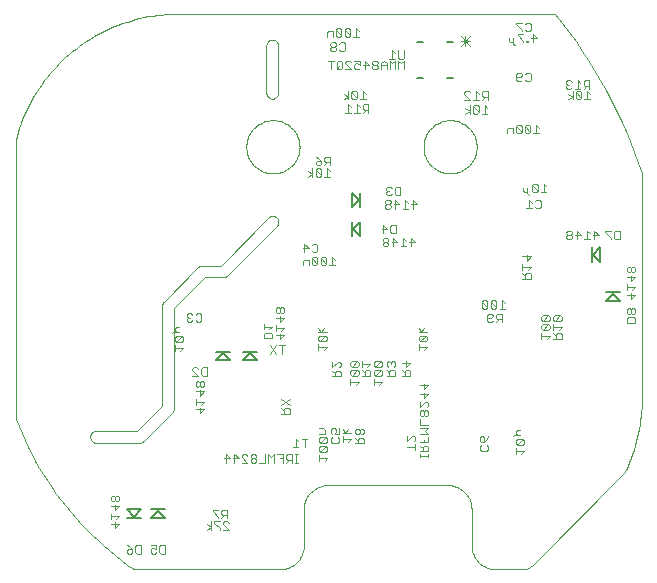
<source format=gbo>
G75*
%MOIN*%
%OFA0B0*%
%FSLAX24Y24*%
%IPPOS*%
%LPD*%
%AMOC8*
5,1,8,0,0,1.08239X$1,22.5*
%
%ADD10C,0.0000*%
%ADD11C,0.0040*%
%ADD12C,0.0079*%
%ADD13C,0.0060*%
%ADD14C,0.0030*%
D10*
X004154Y000307D02*
X009036Y000307D01*
X009090Y000309D01*
X009143Y000314D01*
X009196Y000323D01*
X009248Y000336D01*
X009300Y000352D01*
X009350Y000372D01*
X009398Y000395D01*
X009445Y000422D01*
X009490Y000451D01*
X009533Y000484D01*
X009573Y000519D01*
X009611Y000557D01*
X009646Y000597D01*
X009679Y000640D01*
X009708Y000685D01*
X009735Y000732D01*
X009758Y000780D01*
X009778Y000830D01*
X009794Y000882D01*
X009807Y000934D01*
X009816Y000987D01*
X009821Y001040D01*
X009823Y001094D01*
X009823Y002316D01*
X009825Y002370D01*
X009830Y002423D01*
X009839Y002476D01*
X009852Y002528D01*
X009868Y002580D01*
X009888Y002630D01*
X009911Y002678D01*
X009938Y002725D01*
X009967Y002770D01*
X010000Y002813D01*
X010035Y002853D01*
X010073Y002891D01*
X010113Y002926D01*
X010156Y002959D01*
X010201Y002988D01*
X010248Y003015D01*
X010296Y003038D01*
X010346Y003058D01*
X010398Y003074D01*
X010450Y003087D01*
X010503Y003096D01*
X010556Y003101D01*
X010610Y003103D01*
X010610Y003104D02*
X014626Y003104D01*
X014626Y003103D02*
X014680Y003101D01*
X014733Y003096D01*
X014786Y003087D01*
X014838Y003074D01*
X014890Y003058D01*
X014940Y003038D01*
X014988Y003015D01*
X015035Y002988D01*
X015080Y002959D01*
X015123Y002926D01*
X015163Y002891D01*
X015201Y002853D01*
X015236Y002813D01*
X015269Y002770D01*
X015298Y002725D01*
X015325Y002678D01*
X015348Y002630D01*
X015368Y002580D01*
X015384Y002528D01*
X015397Y002476D01*
X015406Y002423D01*
X015411Y002370D01*
X015413Y002316D01*
X015414Y002316D02*
X015414Y001094D01*
X015416Y001040D01*
X015421Y000987D01*
X015430Y000934D01*
X015443Y000882D01*
X015459Y000830D01*
X015479Y000780D01*
X015502Y000732D01*
X015529Y000685D01*
X015558Y000640D01*
X015591Y000597D01*
X015626Y000557D01*
X015664Y000519D01*
X015704Y000484D01*
X015747Y000451D01*
X015792Y000422D01*
X015839Y000395D01*
X015887Y000372D01*
X015937Y000352D01*
X015989Y000336D01*
X016041Y000323D01*
X016094Y000314D01*
X016147Y000309D01*
X016201Y000307D01*
X017140Y000307D01*
X017419Y000422D02*
X020492Y003496D01*
X021083Y005701D02*
X021083Y013496D01*
X018189Y018811D02*
X005374Y018811D01*
X008573Y017759D02*
X008573Y016184D01*
X008572Y016184D02*
X008574Y016158D01*
X008579Y016133D01*
X008587Y016109D01*
X008598Y016085D01*
X008613Y016064D01*
X008630Y016045D01*
X008649Y016028D01*
X008671Y016013D01*
X008694Y016002D01*
X008718Y015994D01*
X008743Y015989D01*
X008769Y015987D01*
X008795Y015989D01*
X008820Y015994D01*
X008844Y016002D01*
X008868Y016013D01*
X008889Y016028D01*
X008908Y016045D01*
X008925Y016064D01*
X008940Y016086D01*
X008951Y016109D01*
X008959Y016133D01*
X008964Y016158D01*
X008966Y016184D01*
X008966Y017759D01*
X008769Y017956D02*
X008743Y017954D01*
X008718Y017949D01*
X008694Y017941D01*
X008671Y017930D01*
X008649Y017915D01*
X008630Y017898D01*
X008613Y017879D01*
X008598Y017858D01*
X008587Y017834D01*
X008579Y017810D01*
X008574Y017785D01*
X008572Y017759D01*
X008769Y017956D02*
X008795Y017954D01*
X008820Y017949D01*
X008844Y017941D01*
X008868Y017930D01*
X008889Y017915D01*
X008908Y017898D01*
X008925Y017879D01*
X008940Y017857D01*
X008951Y017834D01*
X008959Y017810D01*
X008964Y017785D01*
X008966Y017759D01*
X007908Y014382D02*
X007910Y014441D01*
X007916Y014500D01*
X007926Y014558D01*
X007939Y014616D01*
X007957Y014673D01*
X007978Y014728D01*
X008003Y014782D01*
X008032Y014834D01*
X008064Y014883D01*
X008099Y014931D01*
X008137Y014976D01*
X008178Y015019D01*
X008222Y015059D01*
X008268Y015095D01*
X008317Y015129D01*
X008368Y015159D01*
X008421Y015186D01*
X008476Y015209D01*
X008531Y015228D01*
X008589Y015244D01*
X008647Y015256D01*
X008705Y015264D01*
X008764Y015268D01*
X008824Y015268D01*
X008883Y015264D01*
X008941Y015256D01*
X008999Y015244D01*
X009057Y015228D01*
X009112Y015209D01*
X009167Y015186D01*
X009220Y015159D01*
X009271Y015129D01*
X009320Y015095D01*
X009366Y015059D01*
X009410Y015019D01*
X009451Y014976D01*
X009489Y014931D01*
X009524Y014883D01*
X009556Y014834D01*
X009585Y014782D01*
X009610Y014728D01*
X009631Y014673D01*
X009649Y014616D01*
X009662Y014558D01*
X009672Y014500D01*
X009678Y014441D01*
X009680Y014382D01*
X009678Y014323D01*
X009672Y014264D01*
X009662Y014206D01*
X009649Y014148D01*
X009631Y014091D01*
X009610Y014036D01*
X009585Y013982D01*
X009556Y013930D01*
X009524Y013881D01*
X009489Y013833D01*
X009451Y013788D01*
X009410Y013745D01*
X009366Y013705D01*
X009320Y013669D01*
X009271Y013635D01*
X009220Y013605D01*
X009167Y013578D01*
X009112Y013555D01*
X009057Y013536D01*
X008999Y013520D01*
X008941Y013508D01*
X008883Y013500D01*
X008824Y013496D01*
X008764Y013496D01*
X008705Y013500D01*
X008647Y013508D01*
X008589Y013520D01*
X008531Y013536D01*
X008476Y013555D01*
X008421Y013578D01*
X008368Y013605D01*
X008317Y013635D01*
X008268Y013669D01*
X008222Y013705D01*
X008178Y013745D01*
X008137Y013788D01*
X008099Y013833D01*
X008064Y013881D01*
X008032Y013930D01*
X008003Y013982D01*
X007978Y014036D01*
X007957Y014091D01*
X007939Y014148D01*
X007926Y014206D01*
X007916Y014264D01*
X007910Y014323D01*
X007908Y014382D01*
X005375Y018812D02*
X005226Y018803D01*
X005078Y018791D01*
X004930Y018774D01*
X004783Y018754D01*
X004636Y018730D01*
X004490Y018702D01*
X004345Y018669D01*
X004201Y018634D01*
X004057Y018594D01*
X003915Y018550D01*
X003774Y018503D01*
X003634Y018452D01*
X003496Y018397D01*
X003359Y018338D01*
X003224Y018276D01*
X003091Y018210D01*
X002959Y018141D01*
X002830Y018068D01*
X002702Y017992D01*
X002576Y017913D01*
X002453Y017830D01*
X002332Y017743D01*
X002213Y017654D01*
X002096Y017562D01*
X001982Y017466D01*
X001871Y017367D01*
X001762Y017266D01*
X001657Y017161D01*
X001554Y017054D01*
X001453Y016944D01*
X001356Y016832D01*
X001262Y016717D01*
X001171Y016599D01*
X001083Y016479D01*
X000998Y016357D01*
X000917Y016232D01*
X000839Y016106D01*
X000765Y015977D01*
X000693Y015846D01*
X000626Y015714D01*
X000562Y015580D01*
X000501Y015444D01*
X000445Y015306D01*
X000392Y015167D01*
X000342Y015027D01*
X000297Y014885D01*
X000255Y014743D01*
X000217Y014599D01*
X000217Y014598D02*
X000217Y005307D01*
X002894Y004913D02*
X004272Y004913D01*
X005099Y005740D01*
X005099Y009084D01*
X005156Y009223D02*
X006301Y010368D01*
X006440Y010425D02*
X007046Y010425D01*
X008644Y012023D01*
X008778Y012079D02*
X008803Y012077D01*
X008827Y012073D01*
X008851Y012065D01*
X008873Y012054D01*
X008894Y012040D01*
X008912Y012023D01*
X008913Y012023D02*
X008919Y012016D01*
X008936Y011998D01*
X008950Y011977D01*
X008961Y011955D01*
X008969Y011931D01*
X008973Y011907D01*
X008975Y011882D01*
X008919Y011747D02*
X007261Y010089D01*
X007122Y010031D02*
X006516Y010031D01*
X005492Y009008D01*
X005492Y005664D01*
X005435Y005525D02*
X004487Y004577D01*
X004348Y004520D02*
X002894Y004520D01*
X002868Y004522D01*
X002843Y004527D01*
X002819Y004535D01*
X002795Y004546D01*
X002774Y004561D01*
X002755Y004578D01*
X002738Y004597D01*
X002723Y004619D01*
X002712Y004642D01*
X002704Y004666D01*
X002699Y004691D01*
X002697Y004717D01*
X002699Y004743D01*
X002704Y004768D01*
X002712Y004792D01*
X002723Y004816D01*
X002738Y004837D01*
X002755Y004856D01*
X002774Y004873D01*
X002796Y004888D01*
X002819Y004899D01*
X002843Y004907D01*
X002868Y004912D01*
X002894Y004914D01*
X004348Y004520D02*
X004374Y004522D01*
X004399Y004527D01*
X004423Y004535D01*
X004447Y004546D01*
X004468Y004561D01*
X004487Y004578D01*
X005434Y005525D02*
X005451Y005544D01*
X005466Y005565D01*
X005477Y005589D01*
X005485Y005613D01*
X005490Y005638D01*
X005492Y005664D01*
X021083Y013496D02*
X020963Y013857D01*
X020834Y014215D01*
X020697Y014570D01*
X020552Y014922D01*
X020398Y015270D01*
X020236Y015614D01*
X020066Y015955D01*
X019888Y016291D01*
X019702Y016623D01*
X019509Y016951D01*
X019307Y017273D01*
X019098Y017591D01*
X018882Y017904D01*
X018658Y018212D01*
X018427Y018515D01*
X018189Y018811D01*
X013813Y014382D02*
X013815Y014441D01*
X013821Y014500D01*
X013831Y014558D01*
X013844Y014616D01*
X013862Y014673D01*
X013883Y014728D01*
X013908Y014782D01*
X013937Y014834D01*
X013969Y014883D01*
X014004Y014931D01*
X014042Y014976D01*
X014083Y015019D01*
X014127Y015059D01*
X014173Y015095D01*
X014222Y015129D01*
X014273Y015159D01*
X014326Y015186D01*
X014381Y015209D01*
X014436Y015228D01*
X014494Y015244D01*
X014552Y015256D01*
X014610Y015264D01*
X014669Y015268D01*
X014729Y015268D01*
X014788Y015264D01*
X014846Y015256D01*
X014904Y015244D01*
X014962Y015228D01*
X015017Y015209D01*
X015072Y015186D01*
X015125Y015159D01*
X015176Y015129D01*
X015225Y015095D01*
X015271Y015059D01*
X015315Y015019D01*
X015356Y014976D01*
X015394Y014931D01*
X015429Y014883D01*
X015461Y014834D01*
X015490Y014782D01*
X015515Y014728D01*
X015536Y014673D01*
X015554Y014616D01*
X015567Y014558D01*
X015577Y014500D01*
X015583Y014441D01*
X015585Y014382D01*
X015583Y014323D01*
X015577Y014264D01*
X015567Y014206D01*
X015554Y014148D01*
X015536Y014091D01*
X015515Y014036D01*
X015490Y013982D01*
X015461Y013930D01*
X015429Y013881D01*
X015394Y013833D01*
X015356Y013788D01*
X015315Y013745D01*
X015271Y013705D01*
X015225Y013669D01*
X015176Y013635D01*
X015125Y013605D01*
X015072Y013578D01*
X015017Y013555D01*
X014962Y013536D01*
X014904Y013520D01*
X014846Y013508D01*
X014788Y013500D01*
X014729Y013496D01*
X014669Y013496D01*
X014610Y013500D01*
X014552Y013508D01*
X014494Y013520D01*
X014436Y013536D01*
X014381Y013555D01*
X014326Y013578D01*
X014273Y013605D01*
X014222Y013635D01*
X014173Y013669D01*
X014127Y013705D01*
X014083Y013745D01*
X014042Y013788D01*
X014004Y013833D01*
X013969Y013881D01*
X013937Y013930D01*
X013908Y013982D01*
X013883Y014036D01*
X013862Y014091D01*
X013844Y014148D01*
X013831Y014206D01*
X013821Y014264D01*
X013815Y014323D01*
X013813Y014382D01*
X008975Y011882D02*
X008973Y011857D01*
X008969Y011833D01*
X008961Y011809D01*
X008950Y011787D01*
X008936Y011766D01*
X008919Y011748D01*
X008778Y012079D02*
X008753Y012077D01*
X008729Y012073D01*
X008705Y012065D01*
X008683Y012054D01*
X008662Y012040D01*
X008644Y012023D01*
X007261Y010089D02*
X007242Y010072D01*
X007221Y010057D01*
X007197Y010046D01*
X007173Y010038D01*
X007148Y010033D01*
X007122Y010031D01*
X006440Y010425D02*
X006414Y010423D01*
X006389Y010418D01*
X006365Y010410D01*
X006341Y010399D01*
X006320Y010384D01*
X006301Y010367D01*
X005156Y009223D02*
X005139Y009204D01*
X005124Y009183D01*
X005113Y009159D01*
X005105Y009135D01*
X005100Y009110D01*
X005098Y009084D01*
X000217Y005307D02*
X000313Y005067D01*
X000415Y004830D01*
X000522Y004595D01*
X000635Y004362D01*
X000754Y004133D01*
X000878Y003906D01*
X001007Y003682D01*
X001141Y003462D01*
X001281Y003245D01*
X001426Y003031D01*
X001576Y002820D01*
X001731Y002614D01*
X001891Y002411D01*
X002056Y002212D01*
X002225Y002016D01*
X002399Y001825D01*
X002577Y001639D01*
X002760Y001456D01*
X002947Y001278D01*
X003138Y001104D01*
X003334Y000935D01*
X003533Y000771D01*
X003736Y000611D01*
X003943Y000457D01*
X004154Y000307D01*
X020492Y003496D02*
X020554Y003625D01*
X020614Y003756D01*
X020670Y003888D01*
X020723Y004022D01*
X020772Y004157D01*
X020818Y004293D01*
X020860Y004430D01*
X020899Y004569D01*
X020935Y004708D01*
X020967Y004848D01*
X020995Y004989D01*
X021020Y005130D01*
X021041Y005272D01*
X021058Y005415D01*
X021072Y005558D01*
X021082Y005701D01*
X017419Y000422D02*
X017390Y000396D01*
X017359Y000373D01*
X017326Y000354D01*
X017291Y000337D01*
X017254Y000324D01*
X017217Y000315D01*
X017179Y000309D01*
X017140Y000307D01*
D11*
X003667Y001817D02*
X003387Y001817D01*
X003527Y001864D02*
X003527Y001677D01*
X003667Y001817D01*
X003573Y001972D02*
X003667Y002065D01*
X003387Y002065D01*
X003387Y001972D02*
X003387Y002159D01*
X003527Y002266D02*
X003527Y002453D01*
X003573Y002561D02*
X003620Y002561D01*
X003667Y002608D01*
X003667Y002701D01*
X003620Y002748D01*
X003573Y002748D01*
X003527Y002701D01*
X003527Y002608D01*
X003573Y002561D01*
X003527Y002608D02*
X003480Y002561D01*
X003433Y002561D01*
X003387Y002608D01*
X003387Y002701D01*
X003433Y002748D01*
X003480Y002748D01*
X003527Y002701D01*
X003387Y002406D02*
X003667Y002406D01*
X003527Y002266D01*
X003915Y001107D02*
X004009Y001061D01*
X004102Y000967D01*
X003962Y000967D01*
X003915Y000920D01*
X003915Y000874D01*
X003962Y000827D01*
X004055Y000827D01*
X004102Y000874D01*
X004102Y000967D01*
X004210Y000874D02*
X004210Y001061D01*
X004257Y001107D01*
X004397Y001107D01*
X004397Y000827D01*
X004257Y000827D01*
X004210Y000874D01*
X004715Y000874D02*
X004762Y000827D01*
X004855Y000827D01*
X004902Y000874D01*
X004902Y000967D02*
X004809Y001014D01*
X004762Y001014D01*
X004715Y000967D01*
X004715Y000874D01*
X004902Y000967D02*
X004902Y001107D01*
X004715Y001107D01*
X005010Y001061D02*
X005010Y000874D01*
X005057Y000827D01*
X005197Y000827D01*
X005197Y001107D01*
X005057Y001107D01*
X005010Y001061D01*
X006585Y001627D02*
X006725Y001720D01*
X006585Y001814D01*
X006725Y001907D02*
X006725Y001627D01*
X006833Y001860D02*
X007020Y001673D01*
X007020Y001627D01*
X007128Y001627D02*
X007315Y001627D01*
X007128Y001814D01*
X007128Y001860D01*
X007175Y001907D01*
X007268Y001907D01*
X007315Y001860D01*
X007265Y002014D02*
X007265Y002294D01*
X007125Y002294D01*
X007078Y002247D01*
X007078Y002154D01*
X007125Y002107D01*
X007265Y002107D01*
X007171Y002107D02*
X007078Y002014D01*
X006970Y002014D02*
X006970Y002060D01*
X006783Y002247D01*
X006783Y002294D01*
X006970Y002294D01*
X007020Y001907D02*
X006833Y001907D01*
X006833Y001860D01*
X007213Y003859D02*
X007213Y004139D01*
X007353Y003999D01*
X007167Y003999D01*
X007461Y003999D02*
X007648Y003999D01*
X007508Y004139D01*
X007508Y003859D01*
X007756Y003859D02*
X007943Y003859D01*
X007756Y004046D01*
X007756Y004092D01*
X007803Y004139D01*
X007896Y004139D01*
X007943Y004092D01*
X008051Y004092D02*
X008051Y004046D01*
X008097Y003999D01*
X008191Y003999D01*
X008237Y004046D01*
X008237Y004092D01*
X008191Y004139D01*
X008097Y004139D01*
X008051Y004092D01*
X008097Y003999D02*
X008051Y003952D01*
X008051Y003906D01*
X008097Y003859D01*
X008191Y003859D01*
X008237Y003906D01*
X008237Y003952D01*
X008191Y003999D01*
X008345Y003859D02*
X008532Y003859D01*
X008532Y004139D01*
X008640Y004139D02*
X008640Y003859D01*
X008827Y003859D02*
X008827Y004139D01*
X008733Y004046D01*
X008640Y004139D01*
X008935Y004139D02*
X009121Y004139D01*
X009121Y003859D01*
X009229Y003859D02*
X009323Y003952D01*
X009276Y003952D02*
X009416Y003952D01*
X009416Y003859D02*
X009416Y004139D01*
X009276Y004139D01*
X009229Y004092D01*
X009229Y003999D01*
X009276Y003952D01*
X009121Y003999D02*
X009028Y003999D01*
X009519Y003859D02*
X009612Y003859D01*
X009566Y003859D02*
X009566Y004139D01*
X009612Y004139D02*
X009519Y004139D01*
X009552Y004377D02*
X009552Y004657D01*
X009645Y004564D01*
X009753Y004657D02*
X009940Y004657D01*
X009847Y004657D02*
X009847Y004377D01*
X009645Y004377D02*
X009458Y004377D01*
X010326Y004360D02*
X010326Y004266D01*
X010373Y004219D01*
X010560Y004406D01*
X010373Y004406D01*
X010326Y004360D01*
X010373Y004219D02*
X010560Y004219D01*
X010606Y004266D01*
X010606Y004360D01*
X010560Y004406D01*
X010560Y004514D02*
X010606Y004561D01*
X010606Y004654D01*
X010560Y004701D01*
X010373Y004514D01*
X010326Y004561D01*
X010326Y004654D01*
X010373Y004701D01*
X010560Y004701D01*
X010513Y004809D02*
X010326Y004809D01*
X010326Y004996D02*
X010466Y004996D01*
X010513Y004949D01*
X010513Y004809D01*
X010716Y004856D02*
X010716Y004949D01*
X010763Y004996D01*
X010856Y004996D01*
X010903Y004949D01*
X010903Y004902D01*
X010856Y004809D01*
X010996Y004809D01*
X010996Y004996D01*
X011114Y004984D02*
X011207Y004844D01*
X011300Y004984D01*
X011394Y004844D02*
X011114Y004844D01*
X011114Y004736D02*
X011114Y004549D01*
X011114Y004643D02*
X011394Y004643D01*
X011300Y004549D01*
X011543Y004500D02*
X011823Y004500D01*
X011823Y004640D01*
X011776Y004687D01*
X011683Y004687D01*
X011636Y004640D01*
X011636Y004500D01*
X011636Y004594D02*
X011543Y004687D01*
X011589Y004795D02*
X011636Y004795D01*
X011683Y004842D01*
X011683Y004935D01*
X011636Y004982D01*
X011589Y004982D01*
X011543Y004935D01*
X011543Y004842D01*
X011589Y004795D01*
X011683Y004842D02*
X011729Y004795D01*
X011776Y004795D01*
X011823Y004842D01*
X011823Y004935D01*
X011776Y004982D01*
X011729Y004982D01*
X011683Y004935D01*
X010996Y004654D02*
X010996Y004561D01*
X010949Y004514D01*
X010763Y004514D01*
X010716Y004561D01*
X010716Y004654D01*
X010763Y004701D01*
X010763Y004809D02*
X010716Y004856D01*
X010949Y004701D02*
X010996Y004654D01*
X010560Y004514D02*
X010373Y004514D01*
X010326Y004112D02*
X010326Y003925D01*
X010326Y004018D02*
X010606Y004018D01*
X010513Y003925D01*
X009349Y005492D02*
X009069Y005492D01*
X009162Y005492D02*
X009162Y005633D01*
X009209Y005679D01*
X009302Y005679D01*
X009349Y005633D01*
X009349Y005492D01*
X009162Y005586D02*
X009069Y005679D01*
X009069Y005787D02*
X009349Y005974D01*
X009349Y005787D02*
X009069Y005974D01*
X009086Y007494D02*
X009086Y007774D01*
X008993Y007774D02*
X009180Y007774D01*
X009027Y007963D02*
X009027Y008150D01*
X009073Y008258D02*
X009167Y008351D01*
X008887Y008351D01*
X008887Y008258D02*
X008887Y008445D01*
X008767Y008391D02*
X008487Y008391D01*
X008487Y008484D02*
X008487Y008297D01*
X008533Y008189D02*
X008487Y008143D01*
X008487Y008003D01*
X008767Y008003D01*
X008767Y008143D01*
X008720Y008189D01*
X008533Y008189D01*
X008673Y008297D02*
X008767Y008391D01*
X009027Y008553D02*
X009027Y008739D01*
X009073Y008847D02*
X009120Y008847D01*
X009167Y008894D01*
X009167Y008987D01*
X009120Y009034D01*
X009073Y009034D01*
X009027Y008987D01*
X009027Y008894D01*
X009073Y008847D01*
X009027Y008894D02*
X008980Y008847D01*
X008933Y008847D01*
X008887Y008894D01*
X008887Y008987D01*
X008933Y009034D01*
X008980Y009034D01*
X009027Y008987D01*
X008887Y008693D02*
X009167Y008693D01*
X009027Y008553D01*
X008887Y008103D02*
X009167Y008103D01*
X009027Y007963D01*
X008885Y007774D02*
X008698Y007494D01*
X008885Y007494D02*
X008698Y007774D01*
X010305Y007799D02*
X010305Y007612D01*
X010305Y007705D02*
X010585Y007705D01*
X010492Y007612D01*
X010538Y007907D02*
X010352Y007907D01*
X010538Y008093D01*
X010352Y008093D01*
X010305Y008047D01*
X010305Y007953D01*
X010352Y007907D01*
X010538Y007907D02*
X010585Y007953D01*
X010585Y008047D01*
X010538Y008093D01*
X010585Y008201D02*
X010305Y008201D01*
X010398Y008201D02*
X010492Y008341D01*
X010398Y008201D02*
X010305Y008341D01*
X010773Y007218D02*
X010773Y007032D01*
X010960Y007218D01*
X011007Y007218D01*
X011054Y007172D01*
X011054Y007078D01*
X011007Y007032D01*
X011007Y006924D02*
X010913Y006924D01*
X010867Y006877D01*
X010867Y006737D01*
X010867Y006830D02*
X010773Y006924D01*
X010773Y006737D02*
X011054Y006737D01*
X011054Y006877D01*
X011007Y006924D01*
X011368Y006895D02*
X011368Y006802D01*
X011415Y006755D01*
X011601Y006942D01*
X011415Y006942D01*
X011368Y006895D01*
X011415Y006755D02*
X011601Y006755D01*
X011648Y006802D01*
X011648Y006895D01*
X011601Y006942D01*
X011601Y007050D02*
X011415Y007050D01*
X011601Y007237D01*
X011415Y007237D01*
X011368Y007190D01*
X011368Y007096D01*
X011415Y007050D01*
X011601Y007050D02*
X011648Y007096D01*
X011648Y007190D01*
X011601Y007237D01*
X011758Y007237D02*
X011758Y007050D01*
X011758Y007143D02*
X012038Y007143D01*
X011944Y007050D01*
X011898Y006942D02*
X011851Y006895D01*
X011851Y006755D01*
X011758Y006755D02*
X012038Y006755D01*
X012038Y006895D01*
X011991Y006942D01*
X011898Y006942D01*
X011851Y006849D02*
X011758Y006942D01*
X012155Y006895D02*
X012155Y006802D01*
X012202Y006755D01*
X012389Y006942D01*
X012202Y006942D01*
X012155Y006895D01*
X012202Y006755D02*
X012389Y006755D01*
X012435Y006802D01*
X012435Y006895D01*
X012389Y006942D01*
X012389Y007050D02*
X012202Y007050D01*
X012389Y007237D01*
X012202Y007237D01*
X012155Y007190D01*
X012155Y007096D01*
X012202Y007050D01*
X012389Y007050D02*
X012435Y007096D01*
X012435Y007190D01*
X012389Y007237D01*
X012584Y007190D02*
X012584Y007096D01*
X012631Y007050D01*
X012584Y006942D02*
X012678Y006849D01*
X012678Y006895D02*
X012678Y006755D01*
X012584Y006755D02*
X012865Y006755D01*
X012865Y006895D01*
X012818Y006942D01*
X012725Y006942D01*
X012678Y006895D01*
X012818Y007050D02*
X012865Y007096D01*
X012865Y007190D01*
X012818Y007237D01*
X012771Y007237D01*
X012725Y007190D01*
X012678Y007237D01*
X012631Y007237D01*
X012584Y007190D01*
X012725Y007190D02*
X012725Y007143D01*
X013096Y007190D02*
X013376Y007190D01*
X013236Y007050D01*
X013236Y007237D01*
X013236Y006942D02*
X013190Y006895D01*
X013190Y006755D01*
X013190Y006849D02*
X013096Y006942D01*
X013236Y006942D02*
X013330Y006942D01*
X013376Y006895D01*
X013376Y006755D01*
X013096Y006755D01*
X013688Y006437D02*
X013968Y006437D01*
X013828Y006297D01*
X013828Y006484D01*
X013828Y006189D02*
X013828Y006002D01*
X013968Y006142D01*
X013688Y006142D01*
X013688Y005894D02*
X013688Y005707D01*
X013875Y005894D01*
X013921Y005894D01*
X013968Y005848D01*
X013968Y005754D01*
X013921Y005707D01*
X013921Y005600D02*
X013875Y005600D01*
X013828Y005553D01*
X013828Y005459D01*
X013875Y005413D01*
X013921Y005413D01*
X013968Y005459D01*
X013968Y005553D01*
X013921Y005600D01*
X013828Y005553D02*
X013781Y005600D01*
X013735Y005600D01*
X013688Y005553D01*
X013688Y005459D01*
X013735Y005413D01*
X013781Y005413D01*
X013828Y005459D01*
X013688Y005305D02*
X013688Y005118D01*
X013968Y005118D01*
X013968Y005010D02*
X013688Y005010D01*
X013688Y004823D02*
X013968Y004823D01*
X013875Y004917D01*
X013968Y005010D01*
X013968Y004716D02*
X013968Y004529D01*
X013688Y004529D01*
X013688Y004421D02*
X013781Y004328D01*
X013781Y004374D02*
X013781Y004234D01*
X013688Y004234D02*
X013968Y004234D01*
X013968Y004374D01*
X013921Y004421D01*
X013828Y004421D01*
X013781Y004374D01*
X013828Y004529D02*
X013828Y004622D01*
X013527Y004615D02*
X013480Y004569D01*
X013527Y004615D02*
X013527Y004709D01*
X013480Y004755D01*
X013434Y004755D01*
X013247Y004569D01*
X013247Y004755D01*
X013247Y004367D02*
X013527Y004367D01*
X013527Y004274D02*
X013527Y004461D01*
X013688Y004131D02*
X013688Y004038D01*
X013688Y004084D02*
X013968Y004084D01*
X013968Y004038D02*
X013968Y004131D01*
X015686Y004298D02*
X015686Y004392D01*
X015733Y004438D01*
X015733Y004546D02*
X015686Y004593D01*
X015686Y004686D01*
X015733Y004733D01*
X015780Y004733D01*
X015826Y004686D01*
X015826Y004546D01*
X015733Y004546D01*
X015826Y004546D02*
X015920Y004640D01*
X015967Y004733D01*
X015920Y004438D02*
X015967Y004392D01*
X015967Y004298D01*
X015920Y004251D01*
X015733Y004251D01*
X015686Y004298D01*
X016793Y004746D02*
X016839Y004793D01*
X016933Y004793D01*
X016886Y004839D01*
X016886Y004886D01*
X016933Y004933D01*
X017026Y004933D01*
X017026Y004793D02*
X016933Y004793D01*
X016933Y004638D02*
X016886Y004591D01*
X016886Y004498D01*
X016933Y004451D01*
X017120Y004638D01*
X016933Y004638D01*
X017120Y004638D02*
X017166Y004591D01*
X017166Y004498D01*
X017120Y004451D01*
X016933Y004451D01*
X016886Y004343D02*
X016886Y004157D01*
X016886Y004250D02*
X017166Y004250D01*
X017073Y004157D01*
X013838Y007612D02*
X013932Y007705D01*
X013651Y007705D01*
X013651Y007612D02*
X013651Y007799D01*
X013698Y007907D02*
X013885Y008093D01*
X013698Y008093D01*
X013651Y008047D01*
X013651Y007953D01*
X013698Y007907D01*
X013885Y007907D01*
X013932Y007953D01*
X013932Y008047D01*
X013885Y008093D01*
X013932Y008201D02*
X013651Y008201D01*
X013745Y008201D02*
X013838Y008341D01*
X013745Y008201D02*
X013651Y008341D01*
X012155Y006647D02*
X012155Y006460D01*
X012155Y006554D02*
X012435Y006554D01*
X012342Y006460D01*
X011648Y006554D02*
X011368Y006554D01*
X011368Y006647D02*
X011368Y006460D01*
X011555Y006460D02*
X011648Y006554D01*
X015758Y009033D02*
X015805Y008987D01*
X015898Y008987D01*
X015945Y009033D01*
X015758Y009220D01*
X015758Y009033D01*
X015945Y009033D02*
X015945Y009220D01*
X015898Y009267D01*
X015805Y009267D01*
X015758Y009220D01*
X016053Y009220D02*
X016053Y009033D01*
X016099Y008987D01*
X016193Y008987D01*
X016239Y009033D01*
X016053Y009220D01*
X016099Y009267D01*
X016193Y009267D01*
X016239Y009220D01*
X016239Y009033D01*
X016347Y008987D02*
X016534Y008987D01*
X016441Y008987D02*
X016441Y009267D01*
X016534Y009173D01*
X016416Y008827D02*
X016276Y008827D01*
X016229Y008780D01*
X016229Y008687D01*
X016276Y008640D01*
X016416Y008640D01*
X016416Y008547D02*
X016416Y008827D01*
X016323Y008640D02*
X016229Y008547D01*
X016121Y008593D02*
X016075Y008547D01*
X015981Y008547D01*
X015934Y008593D01*
X015934Y008780D01*
X015981Y008827D01*
X016075Y008827D01*
X016121Y008780D01*
X016121Y008734D01*
X016075Y008687D01*
X015934Y008687D01*
X017745Y008720D02*
X017745Y008626D01*
X017792Y008580D01*
X017978Y008767D01*
X017792Y008767D01*
X017745Y008720D01*
X017792Y008580D02*
X017978Y008580D01*
X018025Y008626D01*
X018025Y008720D01*
X017978Y008767D01*
X018143Y008720D02*
X018143Y008626D01*
X018189Y008580D01*
X018376Y008767D01*
X018189Y008767D01*
X018143Y008720D01*
X018189Y008580D02*
X018376Y008580D01*
X018423Y008626D01*
X018423Y008720D01*
X018376Y008767D01*
X018143Y008472D02*
X018143Y008285D01*
X018143Y008379D02*
X018423Y008379D01*
X018329Y008285D01*
X018376Y008177D02*
X018283Y008177D01*
X018236Y008131D01*
X018236Y007990D01*
X018143Y007990D02*
X018423Y007990D01*
X018423Y008131D01*
X018376Y008177D01*
X018236Y008084D02*
X018143Y008177D01*
X018025Y008084D02*
X017745Y008084D01*
X017745Y008177D02*
X017745Y007990D01*
X017932Y007990D02*
X018025Y008084D01*
X017978Y008285D02*
X017792Y008285D01*
X017978Y008472D01*
X017792Y008472D01*
X017745Y008425D01*
X017745Y008332D01*
X017792Y008285D01*
X017978Y008285D02*
X018025Y008332D01*
X018025Y008425D01*
X017978Y008472D01*
X020587Y008513D02*
X020587Y008653D01*
X020633Y008700D01*
X020820Y008700D01*
X020867Y008653D01*
X020867Y008513D01*
X020587Y008513D01*
X020633Y008808D02*
X020680Y008808D01*
X020727Y008855D01*
X020727Y008948D01*
X020680Y008995D01*
X020633Y008995D01*
X020587Y008948D01*
X020587Y008855D01*
X020633Y008808D01*
X020727Y008855D02*
X020773Y008808D01*
X020820Y008808D01*
X020867Y008855D01*
X020867Y008948D01*
X020820Y008995D01*
X020773Y008995D01*
X020727Y008948D01*
X020727Y009313D02*
X020727Y009500D01*
X020773Y009608D02*
X020867Y009701D01*
X020587Y009701D01*
X020587Y009608D02*
X020587Y009795D01*
X020727Y009903D02*
X020727Y010089D01*
X020773Y010197D02*
X020820Y010197D01*
X020867Y010244D01*
X020867Y010337D01*
X020820Y010384D01*
X020773Y010384D01*
X020727Y010337D01*
X020727Y010244D01*
X020773Y010197D01*
X020727Y010244D02*
X020680Y010197D01*
X020633Y010197D01*
X020587Y010244D01*
X020587Y010337D01*
X020633Y010384D01*
X020680Y010384D01*
X020727Y010337D01*
X020587Y010043D02*
X020867Y010043D01*
X020727Y009903D01*
X020587Y009453D02*
X020867Y009453D01*
X020727Y009313D01*
X020347Y011313D02*
X020207Y011313D01*
X020160Y011360D01*
X020160Y011547D01*
X020207Y011594D01*
X020347Y011594D01*
X020347Y011313D01*
X020052Y011313D02*
X020052Y011360D01*
X019865Y011547D01*
X019865Y011594D01*
X020052Y011594D01*
X019647Y011453D02*
X019460Y011453D01*
X019352Y011500D02*
X019259Y011594D01*
X019259Y011313D01*
X019352Y011313D02*
X019165Y011313D01*
X019057Y011453D02*
X018871Y011453D01*
X018763Y011407D02*
X018716Y011453D01*
X018623Y011453D01*
X018576Y011407D01*
X018576Y011360D01*
X018623Y011313D01*
X018716Y011313D01*
X018763Y011360D01*
X018763Y011407D01*
X018716Y011453D02*
X018763Y011500D01*
X018763Y011547D01*
X018716Y011594D01*
X018623Y011594D01*
X018576Y011547D01*
X018576Y011500D01*
X018623Y011453D01*
X018917Y011313D02*
X018917Y011594D01*
X019057Y011453D01*
X019507Y011313D02*
X019507Y011594D01*
X019647Y011453D01*
X017911Y012879D02*
X017724Y012879D01*
X017818Y012879D02*
X017818Y013159D01*
X017911Y013066D01*
X017616Y013112D02*
X017616Y012925D01*
X017429Y013112D01*
X017429Y012925D01*
X017476Y012879D01*
X017570Y012879D01*
X017616Y012925D01*
X017616Y013112D02*
X017570Y013159D01*
X017476Y013159D01*
X017429Y013112D01*
X017275Y013019D02*
X017275Y012925D01*
X017275Y012832D01*
X017322Y012785D01*
X017228Y012879D02*
X017275Y012925D01*
X017228Y012879D02*
X017182Y012879D01*
X017135Y012925D01*
X017135Y013019D01*
X017328Y012614D02*
X017328Y012334D01*
X017235Y012334D02*
X017422Y012334D01*
X017529Y012381D02*
X017576Y012334D01*
X017670Y012334D01*
X017716Y012381D01*
X017716Y012568D01*
X017670Y012614D01*
X017576Y012614D01*
X017529Y012568D01*
X017422Y012521D02*
X017328Y012614D01*
X013596Y012467D02*
X013409Y012467D01*
X013302Y012514D02*
X013208Y012607D01*
X013208Y012327D01*
X013115Y012327D02*
X013302Y012327D01*
X013456Y012327D02*
X013456Y012607D01*
X013596Y012467D01*
X013007Y012467D02*
X012820Y012467D01*
X012712Y012420D02*
X012666Y012467D01*
X012572Y012467D01*
X012525Y012420D01*
X012525Y012374D01*
X012572Y012327D01*
X012666Y012327D01*
X012712Y012374D01*
X012712Y012420D01*
X012666Y012467D02*
X012712Y012514D01*
X012712Y012561D01*
X012666Y012607D01*
X012572Y012607D01*
X012525Y012561D01*
X012525Y012514D01*
X012572Y012467D01*
X012867Y012327D02*
X012867Y012607D01*
X013007Y012467D01*
X013045Y012766D02*
X012905Y012766D01*
X012858Y012813D01*
X012858Y013000D01*
X012905Y013047D01*
X013045Y013047D01*
X013045Y012766D01*
X012750Y012813D02*
X012704Y012766D01*
X012610Y012766D01*
X012564Y012813D01*
X012564Y012860D01*
X012610Y012907D01*
X012657Y012907D01*
X012610Y012907D02*
X012564Y012953D01*
X012564Y013000D01*
X012610Y013047D01*
X012704Y013047D01*
X012750Y013000D01*
X012758Y011782D02*
X012898Y011782D01*
X012898Y011501D01*
X012758Y011501D01*
X012711Y011548D01*
X012711Y011735D01*
X012758Y011782D01*
X012604Y011642D02*
X012417Y011642D01*
X012463Y011782D02*
X012463Y011501D01*
X012504Y011342D02*
X012457Y011296D01*
X012457Y011249D01*
X012504Y011202D01*
X012598Y011202D01*
X012644Y011249D01*
X012644Y011296D01*
X012598Y011342D01*
X012504Y011342D01*
X012504Y011202D02*
X012457Y011156D01*
X012457Y011109D01*
X012504Y011062D01*
X012598Y011062D01*
X012644Y011109D01*
X012644Y011156D01*
X012598Y011202D01*
X012752Y011202D02*
X012939Y011202D01*
X012799Y011342D01*
X012799Y011062D01*
X013047Y011062D02*
X013234Y011062D01*
X013140Y011062D02*
X013140Y011342D01*
X013234Y011249D01*
X013341Y011202D02*
X013528Y011202D01*
X013388Y011342D01*
X013388Y011062D01*
X012604Y011642D02*
X012463Y011782D01*
X010864Y010626D02*
X010770Y010719D01*
X010770Y010439D01*
X010677Y010439D02*
X010864Y010439D01*
X010569Y010486D02*
X010382Y010672D01*
X010382Y010486D01*
X010429Y010439D01*
X010522Y010439D01*
X010569Y010486D01*
X010569Y010672D01*
X010522Y010719D01*
X010429Y010719D01*
X010382Y010672D01*
X010275Y010672D02*
X010228Y010719D01*
X010134Y010719D01*
X010088Y010672D01*
X010275Y010486D01*
X010228Y010439D01*
X010134Y010439D01*
X010088Y010486D01*
X010088Y010672D01*
X009980Y010626D02*
X009840Y010626D01*
X009793Y010579D01*
X009793Y010439D01*
X009980Y010439D02*
X009980Y010626D01*
X009840Y010868D02*
X009840Y011148D01*
X009980Y011008D01*
X009793Y011008D01*
X010088Y010915D02*
X010134Y010868D01*
X010228Y010868D01*
X010275Y010915D01*
X010275Y011102D01*
X010228Y011148D01*
X010134Y011148D01*
X010088Y011102D01*
X010275Y010672D02*
X010275Y010486D01*
X010260Y013383D02*
X010213Y013429D01*
X010213Y013616D01*
X010400Y013429D01*
X010353Y013383D01*
X010260Y013383D01*
X010400Y013429D02*
X010400Y013616D01*
X010353Y013663D01*
X010260Y013663D01*
X010213Y013616D01*
X010105Y013663D02*
X010105Y013383D01*
X010105Y013476D02*
X009965Y013569D01*
X010105Y013476D02*
X009965Y013383D01*
X010260Y013780D02*
X010213Y013827D01*
X010213Y013874D01*
X010260Y013920D01*
X010400Y013920D01*
X010400Y013827D01*
X010353Y013780D01*
X010260Y013780D01*
X010400Y013920D02*
X010306Y014014D01*
X010213Y014060D01*
X010507Y014014D02*
X010507Y013920D01*
X010554Y013874D01*
X010694Y013874D01*
X010601Y013874D02*
X010507Y013780D01*
X010601Y013663D02*
X010601Y013383D01*
X010694Y013383D02*
X010507Y013383D01*
X010694Y013569D02*
X010601Y013663D01*
X010694Y013780D02*
X010694Y014060D01*
X010554Y014060D01*
X010507Y014014D01*
X006359Y008831D02*
X006405Y008785D01*
X006405Y008598D01*
X006359Y008551D01*
X006265Y008551D01*
X006219Y008598D01*
X006111Y008598D02*
X006064Y008551D01*
X005971Y008551D01*
X005924Y008598D01*
X005924Y008645D01*
X005971Y008691D01*
X006017Y008691D01*
X005971Y008691D02*
X005924Y008738D01*
X005924Y008785D01*
X005971Y008831D01*
X006064Y008831D01*
X006111Y008785D01*
X006219Y008785D02*
X006265Y008831D01*
X006359Y008831D01*
X005663Y008365D02*
X005570Y008365D01*
X005523Y008318D01*
X005523Y008271D01*
X005570Y008224D01*
X005476Y008224D01*
X005430Y008178D01*
X005570Y008224D02*
X005663Y008224D01*
X005570Y008070D02*
X005523Y008023D01*
X005523Y007930D01*
X005570Y007883D01*
X005756Y008070D01*
X005570Y008070D01*
X005756Y008070D02*
X005803Y008023D01*
X005803Y007930D01*
X005756Y007883D01*
X005570Y007883D01*
X005523Y007775D02*
X005523Y007588D01*
X005523Y007682D02*
X005803Y007682D01*
X005710Y007588D01*
X006151Y007037D02*
X006245Y007037D01*
X006291Y006991D01*
X006399Y006991D02*
X006399Y006804D01*
X006446Y006757D01*
X006586Y006757D01*
X006586Y007037D01*
X006446Y007037D01*
X006399Y006991D01*
X006291Y006757D02*
X006104Y006944D01*
X006104Y006991D01*
X006151Y007037D01*
X006104Y006757D02*
X006291Y006757D01*
X006310Y006569D02*
X006263Y006569D01*
X006217Y006523D01*
X006217Y006429D01*
X006263Y006382D01*
X006310Y006382D01*
X006357Y006429D01*
X006357Y006523D01*
X006310Y006569D01*
X006357Y006523D02*
X006403Y006569D01*
X006450Y006569D01*
X006497Y006523D01*
X006497Y006429D01*
X006450Y006382D01*
X006403Y006382D01*
X006357Y006429D01*
X006357Y006275D02*
X006357Y006088D01*
X006497Y006228D01*
X006217Y006228D01*
X006217Y005980D02*
X006217Y005793D01*
X006217Y005887D02*
X006497Y005887D01*
X006403Y005793D01*
X006357Y005685D02*
X006357Y005498D01*
X006497Y005639D01*
X006217Y005639D01*
X016850Y017777D02*
X016803Y017824D01*
X016803Y017917D01*
X016756Y017870D01*
X016710Y017870D01*
X016663Y017917D01*
X016663Y018011D01*
X016803Y018011D02*
X016803Y017917D01*
X016958Y018104D02*
X017144Y017917D01*
X017144Y017870D01*
X017245Y017870D02*
X017292Y017870D01*
X017292Y017917D01*
X017245Y017917D01*
X017245Y017870D01*
X017446Y017870D02*
X017446Y018151D01*
X017586Y018011D01*
X017400Y018011D01*
X017144Y018151D02*
X016958Y018151D01*
X016958Y018104D01*
X017095Y018229D02*
X017095Y018275D01*
X016908Y018462D01*
X016908Y018509D01*
X017095Y018509D01*
X017203Y018462D02*
X017249Y018509D01*
X017343Y018509D01*
X017390Y018462D01*
X017390Y018275D01*
X017343Y018229D01*
X017249Y018229D01*
X017203Y018275D01*
D12*
X011704Y012843D02*
X011704Y012607D01*
X011665Y012607D01*
X011429Y012843D01*
X011429Y012371D01*
X011665Y012607D01*
X011704Y012607D02*
X011704Y012371D01*
X011704Y011893D02*
X011704Y011421D01*
X011468Y011657D01*
X011429Y011657D01*
X011429Y011421D01*
X011429Y011657D02*
X011429Y011893D01*
X011468Y011657D02*
X011704Y011893D01*
X008253Y007545D02*
X008017Y007545D01*
X008017Y007505D01*
X007780Y007269D01*
X008253Y007269D01*
X008017Y007505D01*
X008017Y007545D02*
X007780Y007545D01*
X007353Y007545D02*
X007117Y007545D01*
X007117Y007505D01*
X006880Y007269D01*
X007353Y007269D01*
X007117Y007505D01*
X007117Y007545D02*
X006880Y007545D01*
X005203Y002295D02*
X004967Y002295D01*
X004967Y002255D01*
X004730Y002019D01*
X005203Y002019D01*
X004967Y002255D01*
X004967Y002295D02*
X004730Y002295D01*
X004403Y002295D02*
X004167Y002059D01*
X004167Y002019D01*
X004403Y002019D01*
X004167Y002019D02*
X003930Y002019D01*
X004167Y002059D02*
X003930Y002295D01*
X004403Y002295D01*
X019429Y010557D02*
X019429Y010793D01*
X019468Y010793D01*
X019704Y010557D01*
X019704Y011030D01*
X019468Y010793D01*
X019429Y010793D02*
X019429Y011030D01*
X019880Y009531D02*
X020117Y009531D01*
X020117Y009492D01*
X019880Y009255D01*
X020353Y009255D01*
X020117Y009492D01*
X020117Y009531D02*
X020353Y009531D01*
D13*
X014783Y016686D02*
X014583Y016686D01*
X013803Y016686D02*
X013603Y016686D01*
X013603Y017866D02*
X013803Y017866D01*
X014583Y017866D02*
X014783Y017866D01*
D14*
X015054Y017916D02*
X015368Y017916D01*
X015368Y018073D02*
X015054Y017759D01*
X015211Y017759D02*
X015211Y018073D01*
X015054Y018073D02*
X015368Y017759D01*
X016906Y016812D02*
X016906Y016618D01*
X016955Y016570D01*
X017052Y016570D01*
X017100Y016618D01*
X017201Y016618D02*
X017249Y016570D01*
X017346Y016570D01*
X017395Y016618D01*
X017395Y016812D01*
X017346Y016860D01*
X017249Y016860D01*
X017201Y016812D01*
X017100Y016812D02*
X017100Y016764D01*
X017052Y016715D01*
X016906Y016715D01*
X016906Y016812D02*
X016955Y016860D01*
X017052Y016860D01*
X017100Y016812D01*
X015954Y016249D02*
X015954Y015959D01*
X015954Y016056D02*
X015809Y016056D01*
X015760Y016104D01*
X015760Y016201D01*
X015809Y016249D01*
X015954Y016249D01*
X015857Y016056D02*
X015760Y015959D01*
X015659Y015959D02*
X015466Y015959D01*
X015562Y015959D02*
X015562Y016249D01*
X015659Y016152D01*
X015364Y016201D02*
X015316Y016249D01*
X015219Y016249D01*
X015171Y016201D01*
X015171Y016152D01*
X015364Y015959D01*
X015171Y015959D01*
X015355Y015781D02*
X015355Y015490D01*
X015355Y015587D02*
X015210Y015684D01*
X015355Y015587D02*
X015210Y015490D01*
X015456Y015539D02*
X015456Y015732D01*
X015649Y015539D01*
X015601Y015490D01*
X015504Y015490D01*
X015456Y015539D01*
X015456Y015732D02*
X015504Y015781D01*
X015601Y015781D01*
X015649Y015732D01*
X015649Y015539D01*
X015750Y015490D02*
X015944Y015490D01*
X015847Y015490D02*
X015847Y015781D01*
X015944Y015684D01*
X016641Y015027D02*
X016593Y014979D01*
X016593Y014834D01*
X016786Y014834D02*
X016786Y015027D01*
X016641Y015027D01*
X016887Y015076D02*
X016887Y014882D01*
X016936Y014834D01*
X017032Y014834D01*
X017081Y014882D01*
X016887Y015076D01*
X016936Y015124D01*
X017032Y015124D01*
X017081Y015076D01*
X017081Y014882D01*
X017182Y014882D02*
X017230Y014834D01*
X017327Y014834D01*
X017376Y014882D01*
X017182Y015076D01*
X017182Y014882D01*
X017376Y014882D02*
X017376Y015076D01*
X017327Y015124D01*
X017230Y015124D01*
X017182Y015076D01*
X017477Y014834D02*
X017670Y014834D01*
X017573Y014834D02*
X017573Y015124D01*
X017670Y015027D01*
X018635Y015963D02*
X018780Y016059D01*
X018635Y016156D01*
X018605Y016313D02*
X018702Y016313D01*
X018750Y016361D01*
X018780Y016253D02*
X018780Y015963D01*
X018881Y016011D02*
X018929Y015963D01*
X019026Y015963D01*
X019075Y016011D01*
X018881Y016205D01*
X018881Y016011D01*
X019075Y016011D02*
X019075Y016205D01*
X019026Y016253D01*
X018929Y016253D01*
X018881Y016205D01*
X018851Y016313D02*
X019045Y016313D01*
X018948Y016313D02*
X018948Y016603D01*
X019045Y016507D01*
X019146Y016555D02*
X019146Y016458D01*
X019194Y016410D01*
X019340Y016410D01*
X019340Y016313D02*
X019340Y016603D01*
X019194Y016603D01*
X019146Y016555D01*
X019243Y016410D02*
X019146Y016313D01*
X019272Y016253D02*
X019272Y015963D01*
X019176Y015963D02*
X019369Y015963D01*
X019369Y016156D02*
X019272Y016253D01*
X018750Y016555D02*
X018702Y016603D01*
X018605Y016603D01*
X018557Y016555D01*
X018557Y016507D01*
X018605Y016458D01*
X018557Y016410D01*
X018557Y016361D01*
X018605Y016313D01*
X018605Y016458D02*
X018654Y016458D01*
X013170Y016968D02*
X013170Y017258D01*
X013073Y017161D01*
X012976Y017258D01*
X012976Y016968D01*
X012875Y016968D02*
X012875Y017258D01*
X012778Y017161D01*
X012682Y017258D01*
X012682Y016968D01*
X012580Y016968D02*
X012580Y017161D01*
X012484Y017258D01*
X012387Y017161D01*
X012387Y016968D01*
X012286Y017016D02*
X012286Y017065D01*
X012237Y017113D01*
X012141Y017113D01*
X012092Y017065D01*
X012092Y017016D01*
X012141Y016968D01*
X012237Y016968D01*
X012286Y017016D01*
X012237Y017113D02*
X012286Y017161D01*
X012286Y017210D01*
X012237Y017258D01*
X012141Y017258D01*
X012092Y017210D01*
X012092Y017161D01*
X012141Y017113D01*
X011991Y017113D02*
X011798Y017113D01*
X011696Y017113D02*
X011600Y017161D01*
X011551Y017161D01*
X011503Y017113D01*
X011503Y017016D01*
X011551Y016968D01*
X011648Y016968D01*
X011696Y017016D01*
X011696Y017113D02*
X011696Y017258D01*
X011503Y017258D01*
X011402Y017210D02*
X011353Y017258D01*
X011257Y017258D01*
X011208Y017210D01*
X011208Y017161D01*
X011402Y016968D01*
X011208Y016968D01*
X011107Y017016D02*
X011059Y016968D01*
X010962Y016968D01*
X010914Y017016D01*
X010914Y017210D01*
X010962Y017258D01*
X011059Y017258D01*
X011107Y017210D01*
X011107Y017016D01*
X011010Y017065D02*
X010914Y016968D01*
X010716Y016968D02*
X010716Y017258D01*
X010812Y017258D02*
X010619Y017258D01*
X010757Y017573D02*
X010853Y017573D01*
X010902Y017621D01*
X010902Y017670D01*
X010853Y017718D01*
X010757Y017718D01*
X010708Y017670D01*
X010708Y017621D01*
X010757Y017573D01*
X010757Y017718D02*
X010708Y017766D01*
X010708Y017815D01*
X010757Y017863D01*
X010853Y017863D01*
X010902Y017815D01*
X010902Y017766D01*
X010853Y017718D01*
X011003Y017621D02*
X011051Y017573D01*
X011148Y017573D01*
X011196Y017621D01*
X011196Y017815D01*
X011148Y017863D01*
X011051Y017863D01*
X011003Y017815D01*
X011030Y018049D02*
X011078Y018098D01*
X010885Y018291D01*
X010885Y018098D01*
X010933Y018049D01*
X011030Y018049D01*
X011078Y018098D02*
X011078Y018291D01*
X011030Y018340D01*
X010933Y018340D01*
X010885Y018291D01*
X010784Y018243D02*
X010784Y018049D01*
X010590Y018049D02*
X010590Y018194D01*
X010639Y018243D01*
X010784Y018243D01*
X011180Y018291D02*
X011180Y018098D01*
X011228Y018049D01*
X011325Y018049D01*
X011373Y018098D01*
X011180Y018291D01*
X011228Y018340D01*
X011325Y018340D01*
X011373Y018291D01*
X011373Y018098D01*
X011474Y018049D02*
X011668Y018049D01*
X011571Y018049D02*
X011571Y018340D01*
X011668Y018243D01*
X012772Y017597D02*
X012772Y017307D01*
X012869Y017307D02*
X012675Y017307D01*
X012580Y017113D02*
X012387Y017113D01*
X011991Y017113D02*
X011846Y017258D01*
X011846Y016968D01*
X011792Y016253D02*
X011792Y015963D01*
X011889Y015963D02*
X011695Y015963D01*
X011594Y016011D02*
X011401Y016205D01*
X011401Y016011D01*
X011449Y015963D01*
X011546Y015963D01*
X011594Y016011D01*
X011594Y016205D01*
X011546Y016253D01*
X011449Y016253D01*
X011401Y016205D01*
X011300Y016253D02*
X011300Y015963D01*
X011300Y016059D02*
X011154Y016156D01*
X011300Y016059D02*
X011154Y015963D01*
X011291Y015816D02*
X011291Y015526D01*
X011195Y015526D02*
X011388Y015526D01*
X011489Y015526D02*
X011683Y015526D01*
X011586Y015526D02*
X011586Y015816D01*
X011683Y015719D01*
X011784Y015671D02*
X011784Y015768D01*
X011832Y015816D01*
X011977Y015816D01*
X011977Y015526D01*
X011977Y015622D02*
X011832Y015622D01*
X011784Y015671D01*
X011881Y015622D02*
X011784Y015526D01*
X011388Y015719D02*
X011291Y015816D01*
X011792Y016253D02*
X011889Y016156D01*
X013018Y017307D02*
X012970Y017355D01*
X012970Y017597D01*
X012869Y017500D02*
X012772Y017597D01*
X013018Y017307D02*
X013115Y017307D01*
X013163Y017355D01*
X013163Y017597D01*
X017110Y010728D02*
X017400Y010728D01*
X017255Y010583D01*
X017255Y010776D01*
X017110Y010481D02*
X017110Y010288D01*
X017110Y010385D02*
X017400Y010385D01*
X017303Y010288D01*
X017255Y010187D02*
X017206Y010138D01*
X017206Y009993D01*
X017110Y009993D02*
X017400Y009993D01*
X017400Y010138D01*
X017351Y010187D01*
X017255Y010187D01*
X017206Y010090D02*
X017110Y010187D01*
M02*

</source>
